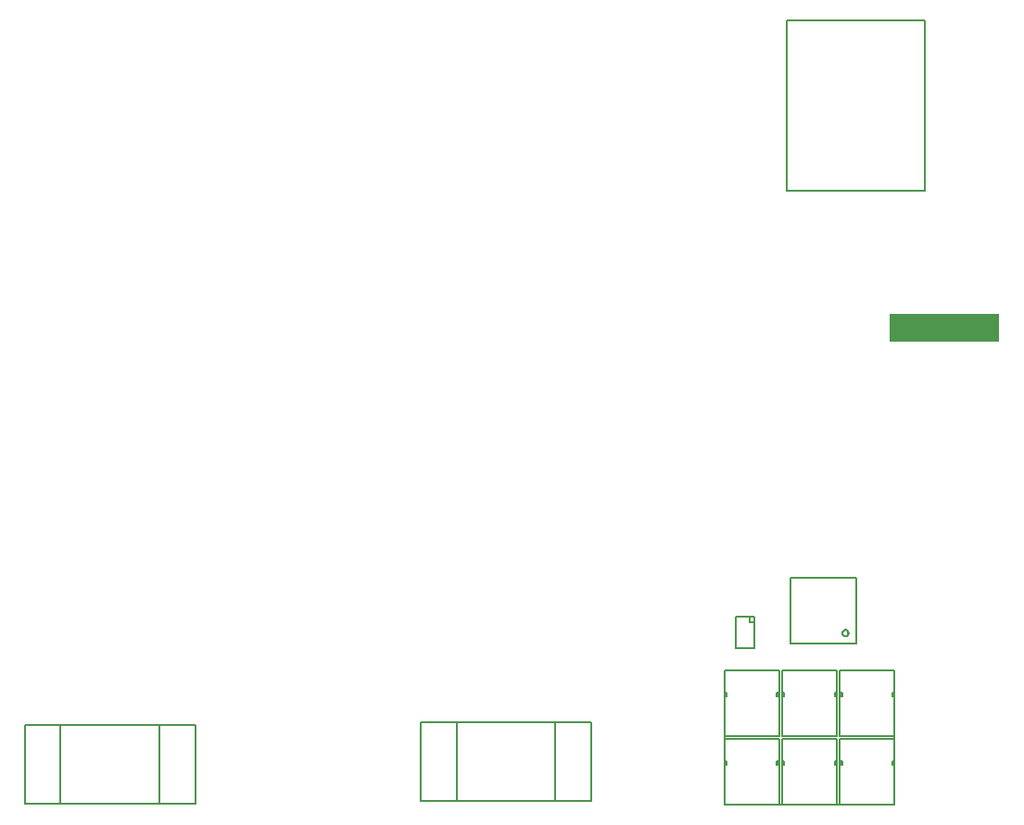
<source format=gbr>
G04 EAGLE Gerber RS-274X export*
G75*
%MOMM*%
%FSLAX34Y34*%
%LPD*%
%INSilkscreen Bottom*%
%IPPOS*%
%AMOC8*
5,1,8,0,0,1.08239X$1,22.5*%
G01*
%ADD10C,0.127000*%
%ADD11R,9.994900X2.565400*%


D10*
X732727Y237236D02*
X732727Y114491D01*
X888238Y114491D01*
X888238Y237236D01*
D11*
X933895Y550672D03*
D10*
X853214Y261529D02*
X793214Y261529D01*
X853214Y261529D02*
X853214Y321529D01*
X793214Y321529D01*
X793214Y261529D01*
X840386Y271529D02*
X840388Y271635D01*
X840394Y271740D01*
X840404Y271846D01*
X840418Y271950D01*
X840435Y272055D01*
X840457Y272158D01*
X840482Y272261D01*
X840512Y272363D01*
X840545Y272463D01*
X840581Y272562D01*
X840622Y272660D01*
X840666Y272756D01*
X840714Y272850D01*
X840765Y272943D01*
X840819Y273034D01*
X840877Y273122D01*
X840939Y273208D01*
X841003Y273292D01*
X841070Y273374D01*
X841141Y273453D01*
X841214Y273529D01*
X841290Y273602D01*
X841369Y273673D01*
X841451Y273740D01*
X841535Y273804D01*
X841621Y273866D01*
X841709Y273924D01*
X841800Y273978D01*
X841893Y274029D01*
X841987Y274077D01*
X842083Y274121D01*
X842181Y274162D01*
X842280Y274198D01*
X842380Y274231D01*
X842482Y274261D01*
X842585Y274286D01*
X842688Y274308D01*
X842793Y274325D01*
X842897Y274339D01*
X843003Y274349D01*
X843108Y274355D01*
X843214Y274357D01*
X843320Y274355D01*
X843425Y274349D01*
X843531Y274339D01*
X843635Y274325D01*
X843740Y274308D01*
X843843Y274286D01*
X843946Y274261D01*
X844048Y274231D01*
X844148Y274198D01*
X844247Y274162D01*
X844345Y274121D01*
X844441Y274077D01*
X844535Y274029D01*
X844628Y273978D01*
X844719Y273924D01*
X844807Y273866D01*
X844893Y273804D01*
X844977Y273740D01*
X845059Y273673D01*
X845138Y273602D01*
X845214Y273529D01*
X845287Y273453D01*
X845358Y273374D01*
X845425Y273292D01*
X845489Y273208D01*
X845551Y273122D01*
X845609Y273034D01*
X845663Y272943D01*
X845714Y272850D01*
X845762Y272756D01*
X845806Y272660D01*
X845847Y272562D01*
X845883Y272463D01*
X845916Y272363D01*
X845946Y272261D01*
X845971Y272158D01*
X845993Y272055D01*
X846010Y271950D01*
X846024Y271846D01*
X846034Y271740D01*
X846040Y271635D01*
X846042Y271529D01*
X846040Y271423D01*
X846034Y271318D01*
X846024Y271212D01*
X846010Y271108D01*
X845993Y271003D01*
X845971Y270900D01*
X845946Y270797D01*
X845916Y270695D01*
X845883Y270595D01*
X845847Y270496D01*
X845806Y270398D01*
X845762Y270302D01*
X845714Y270208D01*
X845663Y270115D01*
X845609Y270024D01*
X845551Y269936D01*
X845489Y269850D01*
X845425Y269766D01*
X845358Y269684D01*
X845287Y269605D01*
X845214Y269529D01*
X845138Y269456D01*
X845059Y269385D01*
X844977Y269318D01*
X844893Y269254D01*
X844807Y269192D01*
X844719Y269134D01*
X844628Y269080D01*
X844535Y269029D01*
X844441Y268981D01*
X844345Y268937D01*
X844247Y268896D01*
X844148Y268860D01*
X844048Y268827D01*
X843946Y268797D01*
X843843Y268772D01*
X843740Y268750D01*
X843635Y268733D01*
X843531Y268719D01*
X843425Y268709D01*
X843320Y268703D01*
X843214Y268701D01*
X843108Y268703D01*
X843003Y268709D01*
X842897Y268719D01*
X842793Y268733D01*
X842688Y268750D01*
X842585Y268772D01*
X842482Y268797D01*
X842380Y268827D01*
X842280Y268860D01*
X842181Y268896D01*
X842083Y268937D01*
X841987Y268981D01*
X841893Y269029D01*
X841800Y269080D01*
X841709Y269134D01*
X841621Y269192D01*
X841535Y269254D01*
X841451Y269318D01*
X841369Y269385D01*
X841290Y269456D01*
X841214Y269529D01*
X841141Y269605D01*
X841070Y269684D01*
X841003Y269766D01*
X840939Y269850D01*
X840877Y269936D01*
X840819Y270024D01*
X840765Y270115D01*
X840714Y270208D01*
X840666Y270302D01*
X840622Y270398D01*
X840581Y270496D01*
X840545Y270595D01*
X840512Y270695D01*
X840482Y270797D01*
X840457Y270900D01*
X840435Y271003D01*
X840418Y271108D01*
X840404Y271212D01*
X840394Y271318D01*
X840388Y271423D01*
X840386Y271529D01*
X732727Y150991D02*
X732727Y114491D01*
X732727Y150991D02*
X732727Y153991D01*
X732727Y174491D01*
X732727Y114491D02*
X782727Y114491D01*
X782727Y150991D01*
X782727Y153991D01*
X782727Y174491D01*
X732727Y174491D01*
X781727Y150991D02*
X782727Y150991D01*
X781727Y150991D02*
X780727Y150991D01*
X780727Y153991D01*
X781727Y153991D01*
X782727Y153991D01*
X781727Y153991D02*
X781727Y150991D01*
X734727Y150991D02*
X732727Y150991D01*
X734727Y150991D02*
X734727Y153991D01*
X733727Y153991D01*
X732727Y153991D01*
X733727Y153991D02*
X733727Y151491D01*
X732727Y177229D02*
X732727Y213729D01*
X732727Y216729D01*
X732727Y237229D01*
X732727Y177229D02*
X782727Y177229D01*
X782727Y213729D01*
X782727Y216729D01*
X782727Y237229D01*
X732727Y237229D01*
X781727Y213729D02*
X782727Y213729D01*
X781727Y213729D02*
X780727Y213729D01*
X780727Y216729D01*
X781727Y216729D01*
X782727Y216729D01*
X781727Y216729D02*
X781727Y213729D01*
X734727Y213729D02*
X732727Y213729D01*
X734727Y213729D02*
X734727Y216729D01*
X733727Y216729D01*
X732727Y216729D01*
X733727Y216729D02*
X733727Y214229D01*
X785495Y213729D02*
X785495Y177229D01*
X785495Y213729D02*
X785495Y216729D01*
X785495Y237229D01*
X785495Y177229D02*
X835495Y177229D01*
X835495Y213729D01*
X835495Y216729D01*
X835495Y237229D01*
X785495Y237229D01*
X834495Y213729D02*
X835495Y213729D01*
X834495Y213729D02*
X833495Y213729D01*
X833495Y216729D01*
X834495Y216729D01*
X835495Y216729D01*
X834495Y216729D02*
X834495Y213729D01*
X787495Y213729D02*
X785495Y213729D01*
X787495Y213729D02*
X787495Y216729D01*
X786495Y216729D01*
X785495Y216729D01*
X786495Y216729D02*
X786495Y214229D01*
X785495Y150991D02*
X785495Y114491D01*
X785495Y150991D02*
X785495Y153991D01*
X785495Y174491D01*
X785495Y114491D02*
X835495Y114491D01*
X835495Y150991D01*
X835495Y153991D01*
X835495Y174491D01*
X785495Y174491D01*
X834495Y150991D02*
X835495Y150991D01*
X834495Y150991D02*
X833495Y150991D01*
X833495Y153991D01*
X834495Y153991D01*
X835495Y153991D01*
X834495Y153991D02*
X834495Y150991D01*
X787495Y150991D02*
X785495Y150991D01*
X787495Y150991D02*
X787495Y153991D01*
X786495Y153991D01*
X785495Y153991D01*
X786495Y153991D02*
X786495Y151491D01*
X838264Y150991D02*
X838264Y114491D01*
X838264Y150991D02*
X838264Y153991D01*
X838264Y174491D01*
X838264Y114491D02*
X888264Y114491D01*
X888264Y150991D01*
X888264Y153991D01*
X888264Y174491D01*
X838264Y174491D01*
X887264Y150991D02*
X888264Y150991D01*
X887264Y150991D02*
X886264Y150991D01*
X886264Y153991D01*
X887264Y153991D01*
X888264Y153991D01*
X887264Y153991D02*
X887264Y150991D01*
X840264Y150991D02*
X838264Y150991D01*
X840264Y150991D02*
X840264Y153991D01*
X839264Y153991D01*
X838264Y153991D01*
X839264Y153991D02*
X839264Y151491D01*
X838264Y177229D02*
X838264Y213729D01*
X838264Y216729D01*
X838264Y237229D01*
X838264Y177229D02*
X888264Y177229D01*
X888264Y213729D01*
X888264Y216729D01*
X888264Y237229D01*
X838264Y237229D01*
X887264Y213729D02*
X888264Y213729D01*
X887264Y213729D02*
X886264Y213729D01*
X886264Y216729D01*
X887264Y216729D01*
X888264Y216729D01*
X887264Y216729D02*
X887264Y213729D01*
X840264Y213729D02*
X838264Y213729D01*
X840264Y213729D02*
X840264Y216729D01*
X839264Y216729D01*
X838264Y216729D01*
X839264Y216729D02*
X839264Y214229D01*
X743366Y257496D02*
X743366Y286496D01*
X743366Y257496D02*
X760366Y257496D01*
X760366Y281496D01*
X760366Y286496D01*
X755366Y286496D01*
X743366Y286496D01*
X755366Y281496D02*
X760366Y281496D01*
X755366Y281496D02*
X755366Y286496D01*
X789242Y676148D02*
X789242Y831660D01*
X789242Y676148D02*
X915670Y676148D01*
X915670Y831660D01*
X789242Y831660D01*
X455422Y189611D02*
X455422Y117983D01*
X610870Y117983D02*
X610870Y189611D01*
X610870Y117983D02*
X578358Y117983D01*
X487934Y117983D01*
X455422Y117983D01*
X487934Y189611D02*
X610870Y189611D01*
X487934Y189611D02*
X455422Y189611D01*
X578358Y189611D02*
X578358Y117983D01*
X487934Y117983D02*
X487934Y189611D01*
X93726Y187325D02*
X93726Y115697D01*
X249174Y115697D02*
X249174Y187325D01*
X249174Y115697D02*
X216662Y115697D01*
X126238Y115697D01*
X93726Y115697D01*
X126238Y187325D02*
X249174Y187325D01*
X126238Y187325D02*
X93726Y187325D01*
X216662Y187325D02*
X216662Y115697D01*
X126238Y115697D02*
X126238Y187325D01*
M02*

</source>
